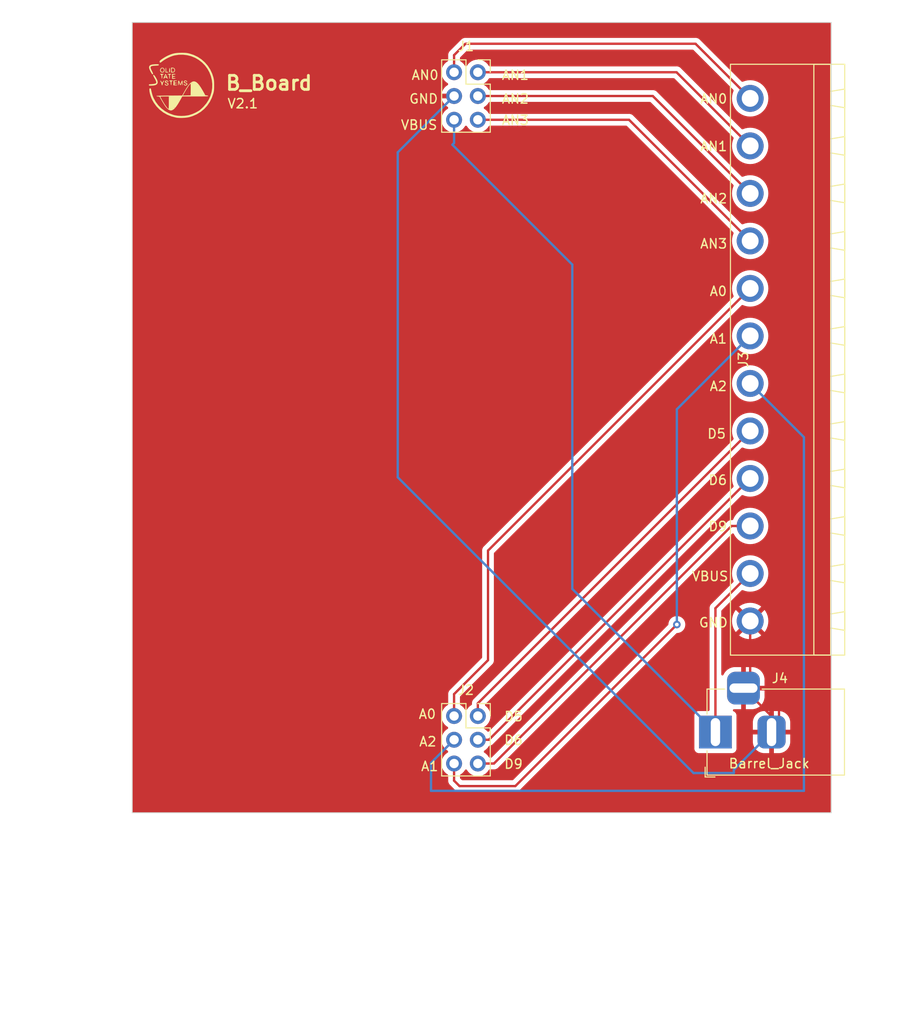
<source format=kicad_pcb>
(kicad_pcb (version 20221018) (generator pcbnew)
  (title_block (title "Bottom Board") (date "2023-03-09") (rev "0"))
  (layers (0 "F.Cu" signal) (31 "B.Cu" signal) (34 "B.Paste" user) (35 "F.Paste" user) (36 "B.SilkS" user "B.Silkscreen") (37 "F.SilkS" user "F.Silkscreen") (38 "B.Mask" user) (39 "F.Mask" user) (44 "Edge.Cuts" user))
  (net 0 "")
  (net 1 "AN3")
  (net 2 "GND")
  (net 3 "AN2")
  (net 4 "AN0")
  (net 5 "AN1")
  (net 6 "A1")
  (net 7 "D9")
  (net 8 "A2")
  (net 9 "D6")
  (net 10 "A0")
  (net 11 "D5")
  (net 12 "VBUS")
  (footprint "LOGO" (layer "F.Cu") (at 105.283 69.723)
    (fp_text reference "G***" hide)
    (fp_text value "LOGO" hide)
    (fp_poly (pts (xy -1.25841 -1.839936) (xy -1.243308 -1.764985) (xy -1.234358 -1.662176) (xy -1.232467 -1.552547) (xy -1.238539 -1.457135) (xy -1.253481 -1.396978) (xy -1.258286 -1.390321) (xy -1.296458 -1.379762) (xy -1.314537 -1.408203) (xy -1.326252 -1.477429) (xy -1.327832 -1.579396) (xy -1.321053 -1.691368) (xy -1.307692 -1.79061) (xy -1.289527 -1.854386) (xy -1.278759 -1.865989)) (fill solid) (layer "F.SilkS"))
    (fp_poly (pts (xy -1.663348 -1.859687) (xy -1.650813 -1.774453) (xy -1.646621 -1.664138) (xy -1.646621 -1.436414) (xy -1.524 -1.436414) (xy -1.442952 -1.427615) (xy -1.402439 -1.405977) (xy -1.40138 -1.40138) (xy -1.432693 -1.380486) (xy -1.511919 -1.367953) (xy -1.559035 -1.366345) (xy -1.71669 -1.366345) (xy -1.71669 -1.629104) (xy -1.712343 -1.761501) (xy -1.700575 -1.853783) (xy -1.683298 -1.891617) (xy -1.681655 -1.891862)) (fill solid) (layer "F.SilkS"))
    (fp_poly (pts (xy -2.007079 -1.219373) (xy -1.933507 -1.205439) (xy -1.90938 -1.191173) (xy -1.921783 -1.165194) (xy -1.977381 -1.156138) (xy -2.025563 -1.15239) (xy -2.052398 -1.130583) (xy -2.064123 -1.074876) (xy -2.066976 -0.969425) (xy -2.067035 -0.928414) (xy -2.073546 -0.789463) (xy -2.089629 -0.717229) (xy -2.110105 -0.7123) (xy -2.129798 -0.775262) (xy -2.14353 -0.906705) (xy -2.144191 -0.919655) (xy -2.152516 -1.040609) (xy -2.16724 -1.108281) (xy -2.194871 -1.139458) (xy -2.233448 -1.149816) (xy -2.295053 -1.170884) (xy -2.312276 -1.193609) (xy -2.281429 -1.212561) (xy -2.204584 -1.223077) (xy -2.105286 -1.2253)) (fill solid) (layer "F.SilkS"))
    (fp_poly (pts (xy -1.864742 -0.487725) (xy -1.902692 -0.420715) (xy -1.944414 -0.357871) (xy -2.002071 -0.245519) (xy -2.031003 -0.133742) (xy -2.032 -0.114488) (xy -2.045137 -0.027071) (xy -2.084552 0) (xy -2.124678 -0.02862) (xy -2.137104 -0.114488) (xy -2.15812 -0.220758) (xy -2.21098 -0.336387) (xy -2.22459 -0.357724) (xy -2.270357 -0.438926) (xy -2.28485 -0.495259) (xy -2.279021 -0.506901) (xy -2.241425 -0.493357) (xy -2.1853 -0.435321) (xy -2.160129 -0.401012) (xy -2.074294 -0.274694) (xy -2.011208 -0.38149) (xy -1.956381 -0.458434) (xy -1.906653 -0.503891) (xy -1.902475 -0.505802) (xy -1.865501 -0.513157)) (fill solid) (layer "F.SilkS"))
    (fp_poly (pts (xy -1.026114 -0.518684) (xy -0.952541 -0.504749) (xy -0.928414 -0.490483) (xy -0.940818 -0.464504) (xy -0.996415 -0.455449) (xy -1.044597 -0.4517) (xy -1.071432 -0.429893) (xy -1.083158 -0.374186) (xy -1.086011 -0.268735) (xy -1.086069 -0.227724) (xy -1.092581 -0.088774) (xy -1.108663 -0.01654) (xy -1.12914 -0.01161) (xy -1.148833 -0.074573) (xy -1.162565 -0.206015) (xy -1.163225 -0.218966) (xy -1.171551 -0.339919) (xy -1.186274 -0.407591) (xy -1.213906 -0.438769) (xy -1.252483 -0.449127) (xy -1.314087 -0.470194) (xy -1.331311 -0.49292) (xy -1.300464 -0.511871) (xy -1.223619 -0.522387) (xy -1.124321 -0.52461)) (fill solid) (layer "F.SilkS"))
    (fp_poly (pts (xy -1.206142 -1.220246) (xy -1.127462 -1.204921) (xy -1.103586 -1.191173) (xy -1.11599 -1.165194) (xy -1.171588 -1.156138) (xy -1.21977 -1.15239) (xy -1.246605 -1.130583) (xy -1.25833 -1.074876) (xy -1.261183 -0.969425) (xy -1.261242 -0.928414) (xy -1.266192 -0.809415) (xy -1.279305 -0.727941) (xy -1.296276 -0.70069) (xy -1.314584 -0.732866) (xy -1.327118 -0.8181) (xy -1.331311 -0.928414) (xy -1.332846 -1.050829) (xy -1.341513 -1.119012) (xy -1.363399 -1.148795) (xy -1.404592 -1.156007) (xy -1.418897 -1.156138) (xy -1.484737 -1.168131) (xy -1.506483 -1.191173) (xy -1.474825 -1.210448) (xy -1.393239 -1.223173) (xy -1.315861 -1.226207)) (fill solid) (layer "F.SilkS"))
    (fp_poly (pts (xy -0.839684 -1.865697) (xy -0.744934 -1.790689) (xy -0.702465 -1.672069) (xy -0.70069 -1.636899) (xy -0.723265 -1.496935) (xy -0.792758 -1.408576) (xy -0.911824 -1.369109) (xy -0.965435 -1.366345) (xy -1.121104 -1.366345) (xy -1.121104 -1.629104) (xy -1.051035 -1.629104) (xy -1.049084 -1.518909) (xy -1.037386 -1.461548) (xy -1.007169 -1.439793) (xy -0.952938 -1.436414) (xy -0.8654 -1.450611) (xy -0.8128 -1.478455) (xy -0.782647 -1.541725) (xy -0.770759 -1.629104) (xy -0.791936 -1.743636) (xy -0.858522 -1.806068) (xy -0.952938 -1.821793) (xy -1.009037 -1.817962) (xy -1.038239 -1.794983) (xy -1.049314 -1.735629) (xy -1.051035 -1.629104) (xy -1.121104 -1.629104) (xy -1.121104 -1.891862) (xy -0.980966 -1.891862)) (fill solid) (layer "F.SilkS"))
    (fp_poly (pts (xy -1.950392 -1.861936) (xy -1.86813 -1.783698) (xy -1.824983 -1.674461) (xy -1.828228 -1.551535) (xy -1.876332 -1.44421) (xy -1.957521 -1.383011) (xy -2.067201 -1.365484) (xy -2.178617 -1.3922) (xy -2.242207 -1.436414) (xy -2.299371 -1.535903) (xy -2.304159 -1.630441) (xy -2.234465 -1.630441) (xy -2.21237 -1.521417) (xy -2.149867 -1.457611) (xy -2.058022 -1.434351) (xy -1.9671 -1.455344) (xy -1.928796 -1.486677) (xy -1.900081 -1.563994) (xy -1.901805 -1.664792) (xy -1.930068 -1.75586) (xy -1.965267 -1.797143) (xy -2.06071 -1.824758) (xy -2.145932 -1.796648) (xy -2.208122 -1.72711) (xy -2.234465 -1.630441) (xy -2.304159 -1.630441) (xy -2.305178 -1.650571) (xy -2.267255 -1.760872) (xy -2.193228 -1.84726) (xy -2.090725 -1.89019) (xy -2.064492 -1.891862)) (fill solid) (layer "F.SilkS"))
    (fp_poly (pts (xy -2.939359 -1.091921) (xy -2.873816 -1.01415) (xy -2.796972 -0.902452) (xy -2.718251 -0.771492) (xy -2.647074 -0.635933) (xy -2.594364 -0.514478) (xy -2.555046 -0.342897) (xy -2.577481 -0.203531) (xy -2.66184 -0.09624) (xy -2.808289 -0.020881) (xy -3.016999 0.022686) (xy -3.249448 0.034839) (xy -3.381077 0.033177) (xy -3.45742 0.025235) (xy -3.493226 0.006956) (xy -3.503241 -0.025718) (xy -3.503448 -0.035035) (xy -3.485036 -0.093095) (xy -3.459655 -0.107594) (xy -3.210199 -0.125786) (xy -3.006125 -0.148945) (xy -2.854676 -0.175948) (xy -2.763092 -0.205674) (xy -2.7446 -0.218317) (xy -2.711405 -0.277025) (xy -2.712245 -0.360085) (xy -2.749503 -0.476152) (xy -2.825561 -0.633884) (xy -2.892047 -0.754299) (xy -2.977908 -0.910384) (xy -3.027323 -1.016543) (xy -3.042441 -1.081333) (xy -3.025411 -1.113309) (xy -2.984179 -1.121104)) (fill solid) (layer "F.SilkS"))
    (fp_poly (pts (xy -2.516859 -2.252916) (xy -2.462682 -2.242255) (xy -2.43968 -2.221998) (xy -2.434897 -2.189655) (xy -2.440342 -2.158056) (xy -2.464881 -2.136437) (xy -2.520823 -2.121801) (xy -2.620475 -2.111152) (xy -2.776145 -2.10149) (xy -2.802759 -2.100064) (xy -3.025166 -2.083659) (xy -3.182401 -2.056697) (xy -3.279296 -2.011708) (xy -3.32068 -1.941218) (xy -3.311382 -1.837756) (xy -3.256233 -1.69385) (xy -3.173187 -1.527017) (xy -3.098852 -1.378535) (xy -3.058343 -1.279695) (xy -3.048341 -1.220727) (xy -3.0605 -1.195337) (xy -3.119603 -1.17728) (xy -3.142283 -1.184485) (xy -3.175768 -1.224732) (xy -3.231595 -1.311467) (xy -3.299891 -1.428952) (xy -3.329604 -1.483095) (xy -3.43079 -1.697827) (xy -3.478691 -1.872716) (xy -3.471147 -2.010749) (xy -3.405995 -2.114913) (xy -3.281074 -2.188195) (xy -3.094222 -2.233583) (xy -2.843278 -2.254063) (xy -2.770559 -2.255638) (xy -2.615166 -2.256528)) (fill solid) (layer "F.SilkS"))
    (fp_poly (pts (xy -0.738412 -1.219663) (xy -0.665649 -1.202996) (xy -0.648138 -1.191173) (xy -0.664757 -1.168911) (xy -0.740969 -1.157259) (xy -0.786208 -1.156138) (xy -0.884298 -1.152617) (xy -0.931082 -1.135227) (xy -0.945229 -1.093732) (xy -0.945931 -1.068552) (xy -0.938282 -1.012122) (xy -0.902204 -0.98704) (xy -0.817997 -0.980997) (xy -0.805793 -0.980966) (xy -0.718039 -0.973196) (xy -0.669229 -0.953785) (xy -0.665655 -0.945931) (xy -0.696736 -0.923993) (xy -0.77438 -0.91179) (xy -0.805793 -0.910897) (xy -0.897477 -0.905021) (xy -0.937997 -0.881272) (xy -0.945931 -0.840828) (xy -0.93398 -0.79472) (xy -0.885848 -0.77453) (xy -0.807861 -0.770759) (xy -0.714574 -0.762615) (xy -0.654779 -0.742388) (xy -0.648138 -0.735724) (xy -0.66618 -0.71472) (xy -0.745861 -0.702803) (xy -0.821243 -0.70069) (xy -1.016 -0.70069) (xy -1.016 -0.963449) (xy -1.016 -1.226207) (xy -0.842895 -1.226207)) (fill solid) (layer "F.SilkS"))
    (fp_poly (pts (xy -0.498811 -0.504264) (xy -0.490483 -0.492314) (xy -0.521559 -0.46923) (xy -0.599192 -0.45639) (xy -0.630621 -0.455449) (xy -0.720909 -0.450668) (xy -0.761039 -0.428119) (xy -0.770709 -0.37549) (xy -0.770759 -0.367862) (xy -0.763259 -0.311733) (xy -0.727701 -0.286576) (xy -0.644498 -0.280329) (xy -0.628553 -0.280276) (xy -0.539758 -0.272889) (xy -0.505913 -0.252923) (xy -0.508 -0.245242) (xy -0.554587 -0.221549) (xy -0.639486 -0.210343) (xy -0.650206 -0.210207) (xy -0.733847 -0.202072) (xy -0.767157 -0.170467) (xy -0.770759 -0.140138) (xy -0.758807 -0.09403) (xy -0.710676 -0.073841) (xy -0.632689 -0.070069) (xy -0.539401 -0.061925) (xy -0.479606 -0.041698) (xy -0.472966 -0.035035) (xy -0.491661 -0.014621) (xy -0.572846 -0.002651) (xy -0.665123 0) (xy -0.878932 0) (xy -0.868639 -0.254) (xy -0.858345 -0.508) (xy -0.674414 -0.51859) (xy -0.561201 -0.518592)) (fill solid) (layer "F.SilkS"))
    (fp_poly (pts (xy -0.261873 -0.454282) (xy -0.210031 -0.331442) (xy -0.199459 -0.300585) (xy -0.130321 -0.09317) (xy -0.053675 -0.298574) (xy 0.003618 -0.436516) (xy 0.04743 -0.505793) (xy 0.078453 -0.506263) (xy 0.09738 -0.437781) (xy 0.104905 -0.300204) (xy 0.105103 -0.265678) (xy 0.1008 -0.132201) (xy 0.089133 -0.039037) (xy 0.071968 -0.000331) (xy 0.070069 0) (xy 0.049281 -0.031429) (xy 0.035739 -0.111383) (xy 0.033129 -0.166414) (xy 0.031224 -0.332828) (xy -0.028181 -0.178067) (xy -0.071337 -0.083642) (xy -0.112705 -0.021486) (xy -0.127972 -0.009869) (xy -0.160745 -0.032554) (xy -0.202655 -0.106187) (xy -0.233075 -0.182148) (xy -0.297793 -0.367862) (xy -0.308383 -0.183931) (xy -0.320273 -0.081137) (xy -0.339455 -0.014379) (xy -0.353711 0) (xy -0.370742 -0.032796) (xy -0.379223 -0.123008) (xy -0.378156 -0.254) (xy -0.3647 -0.407309) (xy -0.340183 -0.491962) (xy -0.305583 -0.507704)) (fill solid) (layer "F.SilkS"))
    (fp_poly (pts (xy -1.68048 -1.182631) (xy -1.637382 -1.102326) (xy -1.588792 -0.996513) (xy -1.542825 -0.88449) (xy -1.507598 -0.785556) (xy -1.491225 -0.719011) (xy -1.493362 -0.703043) (xy -1.525153 -0.713424) (xy -1.567138 -0.762) (xy -1.637084 -0.822166) (xy -1.722903 -0.842477) (xy -1.799561 -0.822129) (xy -1.839311 -0.770759) (xy -1.871278 -0.716646) (xy -1.907854 -0.700523) (xy -1.926805 -0.731377) (xy -1.926897 -0.735356) (xy -1.913889 -0.795991) (xy -1.880538 -0.889771) (xy -1.863719 -0.929967) (xy -1.774456 -0.929967) (xy -1.734265 -0.911403) (xy -1.71669 -0.910897) (xy -1.663609 -0.922662) (xy -1.660865 -0.971036) (xy -1.66613 -0.989724) (xy -1.696457 -1.070147) (xy -1.72126 -1.089508) (xy -1.729855 -1.08315) (xy -1.749361 -1.041795) (xy -1.76725 -0.989724) (xy -1.774456 -0.929967) (xy -1.863719 -0.929967) (xy -1.835353 -0.997759) (xy -1.786841 -1.101018) (xy -1.743513 -1.180613) (xy -1.713876 -1.217609) (xy -1.70997 -1.218128)) (fill solid) (layer "F.SilkS"))
    (fp_poly (pts (xy -1.499256 -0.4916) (xy -1.453737 -0.455234) (xy -1.411983 -0.389504) (xy -1.422431 -0.35908) (xy -1.473647 -0.376532) (xy -1.503661 -0.400343) (xy -1.577753 -0.441693) (xy -1.649342 -0.445049) (xy -1.694165 -0.411968) (xy -1.699173 -0.387819) (xy -1.669305 -0.343949) (xy -1.597133 -0.305776) (xy -1.594069 -0.304767) (xy -1.477856 -0.256214) (xy -1.418128 -0.197891) (xy -1.40138 -0.117464) (xy -1.429145 -0.038052) (xy -1.491246 0.000867) (xy -1.571004 0.027377) (xy -1.628984 0.026818) (xy -1.707931 -0.001092) (xy -1.774017 -0.058844) (xy -1.786759 -0.110581) (xy -1.786759 -0.188385) (xy -1.715325 -0.11171) (xy -1.633622 -0.046915) (xy -1.556857 -0.043955) (xy -1.510136 -0.06707) (xy -1.476282 -0.116868) (xy -1.499838 -0.17237) (xy -1.571659 -0.217366) (xy -1.599802 -0.226033) (xy -1.721115 -0.274064) (xy -1.779542 -0.343566) (xy -1.786759 -0.388437) (xy -1.757771 -0.463302) (xy -1.685498 -0.508399) (xy -1.59198 -0.519305)) (fill solid) (layer "F.SilkS"))
    (fp_poly (pts (xy 0.488151 -0.503225) (xy 0.560691 -0.450454) (xy 0.595294 -0.388362) (xy 0.595586 -0.382877) (xy 0.576949 -0.351282) (xy 0.538835 -0.365252) (xy 0.511947 -0.405243) (xy 0.468746 -0.441386) (xy 0.398416 -0.449824) (xy 0.331389 -0.432965) (xy 0.298096 -0.393217) (xy 0.297793 -0.388299) (xy 0.328068 -0.348025) (xy 0.404292 -0.305017) (xy 0.443676 -0.290039) (xy 0.558526 -0.231699) (xy 0.615712 -0.159583) (xy 0.613001 -0.085108) (xy 0.548159 -0.019693) (xy 0.500941 0.002683) (xy 0.41801 0.029717) (xy 0.362077 0.025391) (xy 0.29567 -0.014198) (xy 0.288071 -0.019504) (xy 0.229663 -0.079711) (xy 0.210207 -0.130715) (xy 0.219707 -0.160116) (xy 0.256043 -0.142116) (xy 0.297446 -0.105429) (xy 0.365248 -0.052058) (xy 0.422694 -0.045432) (xy 0.477948 -0.065965) (xy 0.536804 -0.109661) (xy 0.526071 -0.155639) (xy 0.445583 -0.204171) (xy 0.377421 -0.230061) (xy 0.265892 -0.286152) (xy 0.2209 -0.354488) (xy 0.243898 -0.432286) (xy 0.260902 -0.453398) (xy 0.337995 -0.507963) (xy 0.405824 -0.525518)) (fill solid) (layer "F.SilkS"))
    (fp_poly (pts (xy 0.196863 -3.479628) (xy 0.377558 -3.47395) (xy 0.525832 -3.461546) (xy 0.660467 -3.44076) (xy 0.800245 -3.409937) (xy 0.821206 -3.404748) (xy 1.290318 -3.252394) (xy 1.727687 -3.040219) (xy 2.128511 -2.772941) (xy 2.487985 -2.455277) (xy 2.801307 -2.091944) (xy 3.063671 -1.687659) (xy 3.270275 -1.247139) (xy 3.389163 -0.883147) (xy 3.425871 -0.737362) (xy 3.451384 -0.608) (xy 3.46769 -0.476005) (xy 3.476774 -0.322322) (xy 3.480622 -0.127894) (xy 3.481222 0) (xy 3.47993 0.228562) (xy 3.474041 0.40519) (xy 3.461863 0.547955) (xy 3.441704 0.674933) (xy 3.41187 0.804195) (xy 3.402628 0.839257) (xy 3.238143 1.324803) (xy 3.017595 1.770251) (xy 2.744003 2.172605) (xy 2.420381 2.528869) (xy 2.049747 2.836049) (xy 1.635118 3.091149) (xy 1.17951 3.291173) (xy 0.82331 3.400554) (xy 0.600846 3.443831) (xy 0.338044 3.473598) (xy 0.058391 3.488949) (xy -0.214628 3.488976) (xy -0.457527 3.472774) (xy -0.579835 3.454732) (xy -1.07836 3.326041) (xy -1.5417 3.139085) (xy -1.966443 2.896388) (xy -2.349175 2.600471) (xy -2.686487 2.253857) (xy -2.974966 1.859067) (xy -3.144193 1.559034) (xy -3.239315 1.345829) (xy -3.323352 1.112235) (xy -3.389893 0.87992) (xy -3.432524 0.67055) (xy -3.444909 0.543034) (xy -3.445922 0.425615) (xy -3.436731 0.3609) (xy -3.411765 0.331678) (xy -3.373308 0.321794) (xy -3.30724 0.332743) (xy -3.277868 0.391863) (xy -3.216372 0.662714) (xy -3.162691 0.878043) (xy -3.112872 1.051403) (xy -3.062963 1.196347) (xy -3.009012 1.326427) (xy -2.99889 1.348609) (xy -2.765826 1.772001) (xy -2.480111 2.150937) (xy -2.145842 2.48206) (xy -1.767119 2.762013) (xy -1.348038 2.987439) (xy -0.892698 3.154982) (xy -0.745335 3.194516) (xy -0.408573 3.252425) (xy -0.038851 3.273257) (xy 0.337523 3.257316) (xy 0.694245 3.204904) (xy 0.815188 3.176537) (xy 1.156887 3.064974) (xy 1.503393 2.912578) (xy 1.821012 2.734565) (xy 1.88125 2.695107) (xy 1.974744 2.623222) (xy 2.098725 2.515743) (xy 2.235799 2.388232) (xy 2.34731 2.278074) (xy 2.652819 1.920167) (xy 2.896949 1.536267) (xy 3.080722 1.132254) (xy 3.205157 0.714008) (xy 3.271277 0.287408) (xy 3.280103 -0.141665) (xy 3.232655 -0.567331) (xy 3.129955 -0.98371) (xy 2.973023 -1.384923) (xy 2.762882 -1.765089) (xy 2.500551 -2.118328) (xy 2.187052 -2.438761) (xy 1.823407 -2.720506) (xy 1.440656 -2.942882) (xy 1.03347 -3.109361) (xy 0.598956 -3.219813) (xy 0.150755 -3.273046) (xy -0.297494 -3.267869) (xy -0.732148 -3.203092) (xy -0.933094 -3.15013) (xy -1.167945 -3.065633) (xy -1.421251 -2.952774) (xy -1.670084 -2.823294) (xy -1.891518 -2.688929) (xy -2.030501 -2.588259) (xy -2.135289 -2.507092) (xy -2.220857 -2.446808) (xy -2.271531 -2.418307) (xy -2.276185 -2.41738) (xy -2.328543 -2.446166) (xy -2.35284 -2.514016) (xy -2.342087 -2.593168) (xy -2.327325 -2.620479) (xy -2.261473 -2.687112) (xy -2.147056 -2.775804) (xy -1.99829 -2.877499) (xy -1.829391 -2.983139) (xy -1.654574 -3.083667) (xy -1.488056 -3.170026) (xy -1.404221 -3.208609) (xy -1.152089 -3.311078) (xy -0.926728 -3.385026) (xy -0.706851 -3.434675) (xy -0.471174 -3.464247) (xy -0.198409 -3.477967) (xy -0.035035 -3.480236)) (fill solid) (layer "F.SilkS"))
    (fp_poly (pts (xy 1.388042 -0.418865) (xy 1.526215 -0.366027) (xy 1.608457 -0.31355) (xy 1.740696 -0.195295) (xy 1.886321 -0.021404) (xy 2.047671 0.211348) (xy 2.227086 0.506184) (xy 2.311579 0.655018) (xy 2.542153 1.068551) (xy 2.689973 1.079324) (xy 2.795925 1.097656) (xy 2.837012 1.133252) (xy 2.837793 1.140635) (xy 2.829573 1.153541) (xy 2.800859 1.164104) (xy 2.74557 1.172548) (xy 2.657626 1.179095) (xy 2.530944 1.183968) (xy 2.359446 1.187389) (xy 2.137049 1.18958) (xy 1.857672 1.190765) (xy 1.515236 1.191166) (xy 1.457178 1.191172) (xy 0.076563 1.191172) (xy -0.208182 1.697686) (xy -0.403863 2.025475) (xy -0.58493 2.286822) (xy -0.750971 2.48121) (xy -0.901572 2.60812) (xy -0.95975 2.641) (xy -1.088106 2.687642) (xy -1.200348 2.687439) (xy -1.314983 2.648605) (xy -1.427514 2.584508) (xy -1.438615 2.575034) (xy -1.261242 2.575034) (xy -1.243724 2.592551) (xy -1.226207 2.575034) (xy -1.243724 2.557517) (xy -1.261242 2.575034) (xy -1.438615 2.575034) (xy -1.479664 2.54) (xy -0.980966 2.54) (xy -0.963448 2.557517) (xy -0.945931 2.54) (xy -0.963448 2.522482) (xy -0.980966 2.54) (xy -1.479664 2.54) (xy -1.542286 2.486554) (xy -1.66437 2.348437) (xy -1.79884 2.163847) (xy -1.950768 1.926478) (xy -2.103395 1.66812) (xy -2.364341 1.21415) (xy -2.277242 1.21415) (xy -2.260627 1.250964) (xy -2.214821 1.337297) (xy -2.145878 1.462112) (xy -2.059853 1.61437) (xy -2.009636 1.702017) (xy -1.885384 1.909294) (xy -1.761836 2.099896) (xy -1.645459 2.265139) (xy -1.542718 2.396341) (xy -1.46008 2.484819) (xy -1.40401 2.521889) (xy -1.398663 2.522482) (xy -1.387999 2.488982) (xy -1.380948 2.415098) (xy -0.797204 2.415098) (xy -0.792411 2.417379) (xy -0.760439 2.392715) (xy -0.753242 2.382345) (xy -0.744314 2.349591) (xy -0.749106 2.34731) (xy -0.781078 2.371974) (xy -0.788276 2.382345) (xy -0.797204 2.415098) (xy -1.380948 2.415098) (xy -1.378991 2.394596) (xy -1.372084 2.248498) (xy -1.367724 2.059862) (xy -1.366345 1.856827) (xy -1.366345 1.664138) (xy -0.315311 1.664138) (xy -0.297793 1.681655) (xy -0.280276 1.664138) (xy -0.297793 1.64662) (xy -0.315311 1.664138) (xy -1.366345 1.664138) (xy -1.366345 1.243724) (xy -1.296276 1.243724) (xy -1.278759 1.261241) (xy -1.261242 1.243724) (xy -0.070069 1.243724) (xy -0.052552 1.261241) (xy -0.035035 1.243724) (xy -0.052552 1.226207) (xy -0.070069 1.243724) (xy -1.261242 1.243724) (xy -1.278759 1.226207) (xy -1.296276 1.243724) (xy -1.366345 1.243724) (xy -1.366345 1.191172) (xy -1.821793 1.191172) (xy -1.991219 1.19283) (xy -2.132067 1.197367) (xy -2.23133 1.204126) (xy -2.276 1.212451) (xy -2.277242 1.21415) (xy -2.364341 1.21415) (xy -2.36748 1.208689) (xy -2.533427 1.191172) (xy -2.632204 1.174211) (xy -2.695756 1.150899) (xy -2.707274 1.13862) (xy -2.674877 1.128586) (xy -2.573927 1.11965) (xy -2.405932 1.111863) (xy -2.172398 1.105271) (xy -1.874834 1.099922) (xy -1.514748 1.095866) (xy -1.325535 1.094428) (xy -0.402954 1.088348) (xy 0.133691 1.088348) (xy 0.54857 1.07845) (xy 0.963448 1.068551) (xy 0.963987 1.033517) (xy 1.051034 1.033517) (xy 1.068552 1.051034) (xy 1.086069 1.033517) (xy 2.382345 1.033517) (xy 2.399862 1.051034) (xy 2.417379 1.033517) (xy 2.399862 1.016) (xy 2.382345 1.033517) (xy 1.086069 1.033517) (xy 1.068552 1.016) (xy 1.051034 1.033517) (xy 0.963987 1.033517) (xy 0.973015 0.446689) (xy 0.974646 0.246826) (xy 0.973954 0.157655) (xy 1.891862 0.157655) (xy 1.909379 0.175172) (xy 1.926896 0.157655) (xy 1.909379 0.140138) (xy 1.891862 0.157655) (xy 0.973954 0.157655) (xy 0.973302 0.073729) (xy 0.971636 0.017517) (xy 1.786758 0.017517) (xy 1.804276 0.035034) (xy 1.821793 0.017517) (xy 1.804276 0) (xy 1.786758 0.017517) (xy 0.971636 0.017517) (xy 0.969295 -0.061495) (xy 0.962938 -0.147738) (xy 0.955498 -0.1743) (xy 0.911637 -0.143728) (xy 0.839391 -0.058595) (xy 0.743544 0.073939) (xy 0.62888 0.246715) (xy 0.500183 0.452573) (xy 0.362236 0.684352) (xy 0.247238 0.88576) (xy 0.133691 1.088348) (xy -0.402954 1.088348) (xy 0.064103 1.08527) (xy 0.264441 0.726566) (xy 0.464317 0.383086) (xy 0.64569 0.10372) (xy 0.81179 -0.11403) (xy 0.907406 -0.212488) (xy 1.059624 -0.212488) (xy 1.064416 -0.210207) (xy 1.096388 -0.234871) (xy 1.103586 -0.245242) (xy 1.112513 -0.277995) (xy 1.107721 -0.280276) (xy 1.075749 -0.255613) (xy 1.068552 -0.245242) (xy 1.059624 -0.212488) (xy 0.907406 -0.212488) (xy 0.965846 -0.272665) (xy 1.111087 -0.374682) (xy 1.250742 -0.422583)) (fill solid) (layer "F.SilkS"))
  )
  (footprint "Connector_PinSocket_2.54mm:PinSocket_2x03_P2.54mm_Vertical" (layer "F.Cu") (at 136.961 68.326)
    (fp_text reference "J1" (at -1.27 -2.77) (layer "F.SilkS"))
    (fp_text value "Conn_02x03_Top_Bottom")
    (fp_line (start -3.87 -1.33) (end -3.87 6.41) (stroke (width 0.12)) (layer "F.SilkS"))
    (fp_line (start -3.87 -1.33) (end -1.27 -1.33) (stroke (width 0.12)) (layer "F.SilkS"))
    (fp_line (start -3.87 6.41) (end 1.33 6.41) (stroke (width 0.12)) (layer "F.SilkS"))
    (fp_line (start -1.27 -1.33) (end -1.27 1.27) (stroke (width 0.12)) (layer "F.SilkS"))
    (fp_line (start -1.27 1.27) (end 1.33 1.27) (stroke (width 0.12)) (layer "F.SilkS"))
    (fp_line (start 0 -1.33) (end 1.33 -1.33) (stroke (width 0.12)) (layer "F.SilkS"))
    (fp_line (start 1.33 -1.33) (end 1.33 0) (stroke (width 0.12)) (layer "F.SilkS"))
    (fp_line (start 1.33 1.27) (end 1.33 6.41) (stroke (width 0.12)) (layer "F.SilkS"))
    (pad "1" thru_hole circle (at 0 0) (size 1.7 1.7) (drill 1) (layers "*.Cu" "*.Mask") (net 5 "AN1"))
    (pad "2" thru_hole oval (at -2.54 0) (size 1.7 1.7) (drill 1) (layers "*.Cu" "*.Mask") (net 4 "AN0"))
    (pad "3" thru_hole oval (at 0 2.54) (size 1.7 1.7) (drill 1) (layers "*.Cu" "*.Mask") (net 3 "AN2"))
    (pad "4" thru_hole oval (at -2.54 2.54) (size 1.7 1.7) (drill 1) (layers "*.Cu" "*.Mask") (net 2 "GND"))
    (pad "5" thru_hole oval (at 0 5.08) (size 1.7 1.7) (drill 1) (layers "*.Cu" "*.Mask") (net 1 "AN3"))
    (pad "6" thru_hole oval (at -2.54 5.08) (size 1.7 1.7) (drill 1) (layers "*.Cu" "*.Mask") (net 12 "VBUS"))
  )
  (footprint "Connector_PinSocket_2.54mm:PinSocket_2x03_P2.54mm_Vertical" (layer "F.Cu") (at 136.961 137.16)
    (fp_text reference "J2" (at -1.27 -2.77) (layer "F.SilkS"))
    (fp_text value "Conn_02x03_Top_Bottom")
    (fp_line (start -3.87 -1.33) (end -3.87 6.41) (stroke (width 0.12)) (layer "F.SilkS"))
    (fp_line (start -3.87 -1.33) (end -1.27 -1.33) (stroke (width 0.12)) (layer "F.SilkS"))
    (fp_line (start -3.87 6.41) (end 1.33 6.41) (stroke (width 0.12)) (layer "F.SilkS"))
    (fp_line (start -1.27 -1.33) (end -1.27 1.27) (stroke (width 0.12)) (layer "F.SilkS"))
    (fp_line (start -1.27 1.27) (end 1.33 1.27) (stroke (width 0.12)) (layer "F.SilkS"))
    (fp_line (start 0 -1.33) (end 1.33 -1.33) (stroke (width 0.12)) (layer "F.SilkS"))
    (fp_line (start 1.33 -1.33) (end 1.33 0) (stroke (width 0.12)) (layer "F.SilkS"))
    (fp_line (start 1.33 1.27) (end 1.33 6.41) (stroke (width 0.12)) (layer "F.SilkS"))
    (pad "1" thru_hole circle (at 0 0) (size 1.7 1.7) (drill 1) (layers "*.Cu" "*.Mask") (net 11 "D5"))
    (pad "2" thru_hole oval (at -2.54 0) (size 1.7 1.7) (drill 1) (layers "*.Cu" "*.Mask") (net 10 "A0"))
    (pad "3" thru_hole oval (at 0 2.54) (size 1.7 1.7) (drill 1) (layers "*.Cu" "*.Mask") (net 9 "D6"))
    (pad "4" thru_hole oval (at -2.54 2.54) (size 1.7 1.7) (drill 1) (layers "*.Cu" "*.Mask") (net 8 "A2"))
    (pad "5" thru_hole oval (at 0 5.08) (size 1.7 1.7) (drill 1) (layers "*.Cu" "*.Mask") (net 7 "D9"))
    (pad "6" thru_hole oval (at -2.54 5.08) (size 1.7 1.7) (drill 1) (layers "*.Cu" "*.Mask") (net 6 "A1"))
  )
  (footprint "Connector_Phoenix_MSTB:PhoenixContact_MSTBA_2,5_12-G-5,08_1x12_P5.08mm_Horizontal" (layer "F.Cu") (at 166.082 127 90)
    (fp_text reference "J3" (at 27.94 -0.728 90) (layer "F.SilkS"))
    (fp_text value "Screw_Terminal_01x12")
    (fp_line (start -3.65 -2.11) (end -3.65 10.11) (stroke (width 0.12)) (layer "F.SilkS"))
    (fp_line (start -3.65 6.81) (end 59.53 6.81) (stroke (width 0.12)) (layer "F.SilkS"))
    (fp_line (start -3.65 8.61) (end -3.65 6.81) (stroke (width 0.12)) (layer "F.SilkS"))
    (fp_line (start -3.65 10.11) (end 59.53 10.11) (stroke (width 0.12)) (layer "F.SilkS"))
    (fp_line (start -1 10.11) (end 1 10.11) (stroke (width 0.12)) (layer "F.SilkS"))
    (fp_line (start -0.75 8.61) (end -1 10.11) (stroke (width 0.12)) (layer "F.SilkS"))
    (fp_line (start 0.75 8.61) (end -0.75 8.61) (stroke (width 0.12)) (layer "F.SilkS"))
    (fp_line (start 1 10.11) (end 0.75 8.61) (stroke (width 0.12)) (layer "F.SilkS"))
    (fp_line (start 4.08 10.11) (end 6.08 10.11) (stroke (width 0.12)) (layer "F.SilkS"))
    (fp_line (start 4.33 8.61) (end 4.08 10.11) (stroke (width 0.12)) (layer "F.SilkS"))
    (fp_line (start 5.83 8.61) (end 4.33 8.61) (stroke (width 0.12)) (layer "F.SilkS"))
    (fp_line (start 6.08 10.11) (end 5.83 8.61) (stroke (width 0.12)) (layer "F.SilkS"))
    (fp_line (start 9.16 10.11) (end 11.16 10.11) (stroke (width 0.12)) (layer "F.SilkS"))
    (fp_line (start 9.41 8.61) (end 9.16 10.11) (stroke (width 0.12)) (layer "F.SilkS"))
    (fp_line (start 10.91 8.61) (end 9.41 8.61) (stroke (width 0.12)) (layer "F.SilkS"))
    (fp_line (start 11.16 10.11) (end 10.91 8.61) (stroke (width 0.12)) (layer "F.SilkS"))
    (fp_line (start 14.24 10.11) (end 16.24 10.11) (stroke (width 0.12)) (layer "F.SilkS"))
    (fp_line (start 14.49 8.61) (end 14.24 10.11) (stroke (width 0.12)) (layer "F.SilkS"))
    (fp_line (start 15.99 8.61) (end 14.49 8.61) (stroke (width 0.12)) (layer "F.SilkS"))
    (fp_line (start 16.24 10.11) (end 15.99 8.61) (stroke (width 0.12)) (layer "F.SilkS"))
    (fp_line (start 19.32 10.11) (end 21.32 10.11) (stroke (width 0.12)) (layer "F.SilkS"))
    (fp_line (start 19.57 8.61) (end 19.32 10.11) (stroke (width 0.12)) (layer "F.SilkS"))
    (fp_line (start 21.07 8.61) (end 19.57 8.61) (stroke (width 0.12)) (layer "F.SilkS"))
    (fp_line (start 21.32 10.11) (end 21.07 8.61) (stroke (width 0.12)) (layer "F.SilkS"))
    (fp_line (start 24.4 10.11) (end 26.4 10.11) (stroke (width 0.12)) (layer "F.SilkS"))
    (fp_line (start 24.65 8.61) (end 24.4 10.11) (stroke (width 0.12)) (layer "F.SilkS"))
    (fp_line (start 26.15 8.61) (end 24.65 8.61) (stroke (width 0.12)) (layer "F.SilkS"))
    (fp_line (start 26.4 10.11) (end 26.15 8.61) (stroke (width 0.12)) (layer "F.SilkS"))
    (fp_line (start 29.48 10.11) (end 31.48 10.11) (stroke (width 0.12)) (layer "F.SilkS"))
    (fp_line (start 29.73 8.61) (end 29.48 10.11) (stroke (width 0.12)) (layer "F.SilkS"))
    (fp_line (start 31.23 8.61) (end 29.73 8.61) (stroke (width 0.12)) (layer "F.SilkS"))
    (fp_line (start 31.48 10.11) (end 31.23 8.61) (stroke (width 0.12)) (layer "F.SilkS"))
    (fp_line (start 34.56 10.11) (end 36.56 10.11) (stroke (width 0.12)) (layer "F.SilkS"))
    (fp_line (start 34.81 8.61) (end 34.56 10.11) (stroke (width 0.12)) (layer "F.SilkS"))
    (fp_line (start 36.31 8.61) (end 34.81 8.61) (stroke (width 0.12)) (layer "F.SilkS"))
    (fp_line (start 36.56 10.11) (end 36.31 8.61) (stroke (width 0.12)) (layer "F.SilkS"))
    (fp_line (start 39.64 10.11) (end 41.64 10.11) (stroke (width 0.12)) (layer "F.SilkS"))
    (fp_line (start 39.89 8.61) (end 39.64 10.11) (stroke (width 0.12)) (layer "F.SilkS"))
    (fp_line (start 41.39 8.61) (end 39.89 8.61) (stroke (width 0.12)) (layer "F.SilkS"))
    (fp_line (start 41.64 10.11) (end 41.39 8.61) (stroke (width 0.12)) (layer "F.SilkS"))
    (fp_line (start 44.72 10.11) (end 46.72 10.11) (stroke (width 0.12)) (layer "F.SilkS"))
    (fp_line (start 44.97 8.61) (end 44.72 10.11) (stroke (width 0.12)) (layer "F.SilkS"))
    (fp_line (start 46.47 8.61) (end 44.97 8.61) (stroke (width 0.12)) (layer "F.SilkS"))
    (fp_line (start 46.72 10.11) (end 46.47 8.61) (stroke (width 0.12)) (layer "F.SilkS"))
    (fp_line (start 49.8 10.11) (end 51.8 10.11) (stroke (width 0.12)) (layer "F.SilkS"))
    (fp_line (start 50.05 8.61) (end 49.8 10.11) (stroke (width 0.12)) (layer "F.SilkS"))
    (fp_line (start 51.55 8.61) (end 50.05 8.61) (stroke (width 0.12)) (layer "F.SilkS"))
    (fp_line (start 51.8 10.11) (end 51.55 8.61) (stroke (width 0.12)) (layer "F.SilkS"))
    (fp_line (start 54.88 10.11) (end 56.88 10.11) (stroke (width 0.12)) (layer "F.SilkS"))
    (fp_line (start 55.13 8.61) (end 54.88 10.11) (stroke (width 0.12)) (layer "F.SilkS"))
    (fp_line (start 56.63 8.61) (end 55.13 8.61) (stroke (width 0.12)) (layer "F.SilkS"))
    (fp_line (start 56.88 10.11) (end 56.63 8.61) (stroke (width 0.12)) (layer "F.SilkS"))
    (fp_line (start 59.53 -2.11) (end -3.65 -2.11) (stroke (width 0.12)) (layer "F.SilkS"))
    (fp_line (start 59.53 6.81) (end 59.53 8.61) (stroke (width 0.12)) (layer "F.SilkS"))
    (fp_line (start 59.53 8.61) (end -3.65 8.61) (stroke (width 0.12)) (layer "F.SilkS"))
    (fp_line (start 59.53 10.11) (end 59.53 -2.11) (stroke (width 0.12)) (layer "F.SilkS"))
    (pad "1" thru_hole circle (at 0 0 90) (size 2.88 2.88) (drill 1.8) (layers "*.Cu" "*.Mask") (net 2 "GND"))
    (pad "2" thru_hole circle (at 5.08 0 90) (size 2.88 2.88) (drill 1.8) (layers "*.Cu" "*.Mask") (net 12 "VBUS"))
    (pad "3" thru_hole circle (at 10.16 0 90) (size 2.88 2.88) (drill 1.8) (layers "*.Cu" "*.Mask") (net 7 "D9"))
    (pad "4" thru_hole circle (at 15.24 0 90) (size 2.88 2.88) (drill 1.8) (layers "*.Cu" "*.Mask") (net 9 "D6"))
    (pad "5" thru_hole circle (at 20.32 0 90) (size 2.88 2.88) (drill 1.8) (layers "*.Cu" "*.Mask") (net 11 "D5"))
    (pad "6" thru_hole circle (at 25.4 0 90) (size 2.88 2.88) (drill 1.8) (layers "*.Cu" "*.Mask") (net 8 "A2"))
    (pad "7" thru_hole circle (at 30.48 0 90) (size 2.88 2.88) (drill 1.8) (layers "*.Cu" "*.Mask") (net 6 "A1"))
    (pad "8" thru_hole circle (at 35.56 0 90) (size 2.88 2.88) (drill 1.8) (layers "*.Cu" "*.Mask") (net 10 "A0"))
    (pad "9" thru_hole circle (at 40.64 0 90) (size 2.88 2.88) (drill 1.8) (layers "*.Cu" "*.Mask") (net 1 "AN3"))
    (pad "10" thru_hole circle (at 45.72 0 90) (size 2.88 2.88) (drill 1.8) (layers "*.Cu" "*.Mask") (net 3 "AN2"))
    (pad "11" thru_hole circle (at 50.8 0 90) (size 2.88 2.88) (drill 1.8) (layers "*.Cu" "*.Mask") (net 5 "AN1"))
    (pad "12" thru_hole circle (at 55.88 0 90) (size 2.88 2.88) (drill 1.8) (layers "*.Cu" "*.Mask") (net 4 "AN0"))
  )
  (footprint "Connector_BarrelJack:BarrelJack_Horizontal" (layer "F.Cu") (at 162.368 138.8795 180)
    (fp_text reference "J4" (at -6.889 5.75) (layer "F.SilkS"))
    (fp_text value "Barrel_Jack" (at -5.746 -3.3605) (layer "F.SilkS"))
    (fp_line (start -13.8 -4.6) (end 0.9 -4.6) (stroke (width 0.12)) (layer "F.SilkS"))
    (fp_line (start -13.8 4.6) (end -13.8 -4.6) (stroke (width 0.12)) (layer "F.SilkS"))
    (fp_line (start -5 4.6) (end -13.8 4.6) (stroke (width 0.12)) (layer "F.SilkS"))
    (fp_line (start 0.05 -4.8) (end 1.1 -4.8) (stroke (width 0.12)) (layer "F.SilkS"))
    (fp_line (start 0.9 -4.6) (end 0.9 -2) (stroke (width 0.12)) (layer "F.SilkS"))
    (fp_line (start 0.9 1.9) (end 0.9 4.6) (stroke (width 0.12)) (layer "F.SilkS"))
    (fp_line (start 0.9 4.6) (end -1 4.6) (stroke (width 0.12)) (layer "F.SilkS"))
    (fp_line (start 1.1 -3.75) (end 1.1 -4.8) (stroke (width 0.12)) (layer "F.SilkS"))
    (pad "1" thru_hole rect (at 0 0 180) (size 3.5 3.5) (drill oval 1 3) (layers "*.Cu" "*.Mask") (net 12 "VBUS"))
    (pad "2" thru_hole roundrect (at -6 0 180) (size 3 3.5) (drill oval 1 3) (layers "*.Cu" "*.Mask") (net 2 "GND"))
    (pad "3" thru_hole roundrect (at -3 4.7 180) (size 3.5 3.5) (drill oval 3 1) (layers "*.Cu" "*.Mask") (net 2 "GND"))
  )
  (gr_rect (start 100 63) (end 174.75 147.5) (stroke (width 0.1)) (fill none) (layer "Edge.Cuts"))
  (gr_text "AN3" (at 160.655 87.249) (layer "F.SilkS") (effects (font (size 1 1)) (justify left bottom)))
  (gr_text "AN2" (at 160.655 82.423) (layer "F.SilkS") (effects (font (size 1 1)) (justify left bottom)))
  (gr_text "V2.1" (at 110.109 72.263) (layer "F.SilkS") (effects (font (size 1 1)) (justify left bottom)))
  (gr_text "D6" (at 161.544 112.522) (layer "F.SilkS") (effects (font (size 1 1)) (justify left bottom)))
  (gr_text "D5" (at 161.417 107.569) (layer "F.SilkS") (effects (font (size 1 1)) (justify left bottom)))
  (gr_text "GND" (at 129.54 71.755) (layer "F.SilkS") (effects (font (size 1 1)) (justify left bottom)))
  (gr_text "A2" (at 161.671 102.489) (layer "F.SilkS") (effects (font (size 1 1)) (justify left bottom)))
  (gr_text "B_Board" (at 109.855 70.358) (layer "F.SilkS") (effects (font (size 1.5 1.5) (thickness 0.3) bold) (justify left bottom)))
  (gr_text "VBUS" (at 159.766 122.809) (layer "F.SilkS") (effects (font (size 1 1)) (justify left bottom)))
  (gr_text "AN1" (at 139.446 69.215) (layer "F.SilkS") (effects (font (size 1 1)) (justify left bottom)))
  (gr_text "A0" (at 161.671 92.329) (layer "F.SilkS") (effects (font (size 1 1)) (justify left bottom)))
  (gr_text "D5" (at 139.7 137.795) (layer "F.SilkS") (effects (font (size 1 1)) (justify left bottom)))
  (gr_text "A0" (at 130.556 137.541) (layer "F.SilkS") (effects (font (size 1 1)) (justify left bottom)))
  (gr_text "AN1" (at 160.655 76.835) (layer "F.SilkS") (effects (font (size 1 1)) (justify left bottom)))
  (gr_text "VBUS" (at 128.651 74.549) (layer "F.SilkS") (effects (font (size 1 1)) (justify left bottom)))
  (gr_text "AN0" (at 160.655 71.755) (layer "F.SilkS") (effects (font (size 1 1)) (justify left bottom)))
  (gr_text "GND" (at 160.528 127.762) (layer "F.SilkS") (effects (font (size 1 1)) (justify left bottom)))
  (gr_text "D9" (at 161.544 117.475) (layer "F.SilkS") (effects (font (size 1 1)) (justify left bottom)))
  (gr_text "AN0" (at 129.794 69.215) (layer "F.SilkS") (effects (font (size 1 1)) (justify left bottom)))
  (gr_text "D9" (at 139.7 142.875) (layer "F.SilkS") (effects (font (size 1 1)) (justify left bottom)))
  (gr_text "AN2" (at 139.446 71.755) (layer "F.SilkS") (effects (font (size 1 1)) (justify left bottom)))
  (gr_text "D6" (at 139.7 140.335) (layer "F.SilkS") (effects (font (size 1 1)) (justify left bottom)))
  (gr_text "A1" (at 130.81 143.129) (layer "F.SilkS") (effects (font (size 1 1)) (justify left bottom)))
  (gr_text "A1" (at 161.671 97.409) (layer "F.SilkS") (effects (font (size 1 1)) (justify left bottom)))
  (gr_text "A2" (at 130.611038 140.484726) (layer "F.SilkS") (effects (font (size 1 1)) (justify left bottom)))
  (gr_text "AN3" (at 139.446 74.041) (layer "F.SilkS") (effects (font (size 1 1)) (justify left bottom)))
  (segment (start 136.961 73.406) (end 153.128 73.406) (width 0.25) (layer "F.Cu") (net 1))
  (segment (start 153.128 73.406) (end 166.082 86.36) (width 0.25) (layer "F.Cu") (net 1))
  (segment (start 168.368 138.8795) (end 168.368 137.1795) (width 0.25) (layer "F.Cu") (net 2))
  (segment (start 168.368 138.8795) (end 169.164 138.0835) (width 0.25) (layer "F.Cu") (net 2))
  (segment (start 166.082 127) (end 166.082 133.4655) (width 0.25) (layer "F.Cu") (net 2))
  (segment (start 169.164 130.082) (end 166.082 127) (width 0.25) (layer "F.Cu") (net 2))
  (segment (start 169.164 138.0835) (end 169.164 130.082) (width 0.25) (layer "F.Cu") (net 2))
  (segment (start 168.368 137.1795) (end 165.368 134.1795) (width 0.25) (layer "F.Cu") (net 2))
  (segment (start 166.082 133.4655) (end 165.368 134.1795) (width 0.25) (layer "F.Cu") (net 2))
  (segment (start 128.397 111.633) (end 128.397 76.89) (width 0.25) (layer "B.Cu") (net 2))
  (segment (start 128.397 76.89) (end 134.421 70.866) (width 0.25) (layer "B.Cu") (net 2))
  (segment (start 164.338 143.256) (end 160.02 143.256) (width 0.25) (layer "B.Cu") (net 2))
  (segment (start 168.368 138.8795) (end 164.338 142.9095) (width 0.25) (layer "B.Cu") (net 2))
  (segment (start 164.338 142.9095) (end 164.338 143.256) (width 0.25) (layer "B.Cu") (net 2))
  (segment (start 160.02 143.256) (end 128.397 111.633) (width 0.25) (layer "B.Cu") (net 2))
  (segment (start 155.668 70.866) (end 166.082 81.28) (width 0.25) (layer "F.Cu") (net 3))
  (segment (start 136.961 70.866) (end 155.668 70.866) (width 0.25) (layer "F.Cu") (net 3))
  (segment (start 135.636 65.278) (end 160.24 65.278) (width 0.25) (layer "F.Cu") (net 4))
  (segment (start 160.24 65.278) (end 166.082 71.12) (width 0.25) (layer "F.Cu") (net 4))
  (segment (start 134.421 66.493) (end 135.636 65.278) (width 0.25) (layer "F.Cu") (net 4))
  (segment (start 134.421 68.326) (end 134.421 66.493) (width 0.25) (layer "F.Cu") (net 4))
  (segment (start 158.208 68.326) (end 166.082 76.2) (width 0.25) (layer "F.Cu") (net 5))
  (segment (start 136.961 68.326) (end 158.208 68.326) (width 0.25) (layer "F.Cu") (net 5))
  (segment (start 134.421 142.24) (end 134.421 144.073) (width 0.25) (layer "F.Cu") (net 6))
  (segment (start 135.001 144.653) (end 140.97 144.653) (width 0.25) (layer "F.Cu") (net 6))
  (segment (start 140.97 144.653) (end 158.242 127.381) (width 0.25) (layer "F.Cu") (net 6))
  (segment (start 134.421 144.073) (end 135.001 144.653) (width 0.25) (layer "F.Cu") (net 6))
  (via (at 158.242 127.381) (size 0.8) (drill 0.4) (layers "F.Cu" "B.Cu") (net 6))
  (segment (start 158.242 127.381) (end 158.242 104.36) (width 0.25) (layer "B.Cu") (net 6))
  (segment (start 158.242 104.36) (end 166.082 96.52) (width 0.25) (layer "B.Cu") (net 6))
  (segment (start 138.684 142.24) (end 136.961 142.24) (width 0.25) (layer "F.Cu") (net 7))
  (segment (start 166.082 116.84) (end 164.084 116.84) (width 0.25) (layer "F.Cu") (net 7))
  (segment (start 164.084 116.84) (end 138.684 142.24) (width 0.25) (layer "F.Cu") (net 7))
  (segment (start 131.953 142.168) (end 134.421 139.7) (width 0.25) (layer "B.Cu") (net 8))
  (segment (start 171.831 145.161) (end 131.953 145.161) (width 0.25) (layer "B.Cu") (net 8))
  (segment (start 131.953 145.161) (end 131.953 142.168) (width 0.25) (layer "B.Cu") (net 8))
  (segment (start 166.082 101.6) (end 171.831 107.349) (width 0.25) (layer "B.Cu") (net 8))
  (segment (start 171.831 107.349) (end 171.831 145.161) (width 0.25) (layer "B.Cu") (net 8))
  (segment (start 166.082 111.76) (end 138.142 139.7) (width 0.25) (layer "F.Cu") (net 9))
  (segment (start 138.142 139.7) (end 136.961 139.7) (width 0.25) (layer "F.Cu") (net 9))
  (segment (start 138.049 131.191) (end 134.421 134.819) (width 0.25) (layer "F.Cu") (net 10))
  (segment (start 166.082 91.44) (end 138.049 119.473) (width 0.25) (layer "F.Cu") (net 10))
  (segment (start 138.049 119.473) (end 138.049 131.191) (width 0.25) (layer "F.Cu") (net 10))
  (segment (start 134.421 134.819) (end 134.421 137.16) (width 0.25) (layer "F.Cu") (net 10))
  (segment (start 166.082 106.68) (end 136.961 135.801) (width 0.25) (layer "F.Cu") (net 11))
  (segment (start 136.961 135.801) (end 136.961 137.16) (width 0.25) (layer "F.Cu") (net 11))
  (segment (start 162.368 125.634) (end 162.368 138.8795) (width 0.25) (layer "F.Cu") (net 12))
  (segment (start 166.082 121.92) (end 162.368 125.634) (width 0.25) (layer "F.Cu") (net 12))
  (segment (start 147.0595 88.8935) (end 134.239 76.073) (width 0.25) (layer "B.Cu") (net 12))
  (segment (start 162.368 138.8795) (end 147.0595 123.571) (width 0.25) (layer "B.Cu") (net 12))
  (segment (start 134.239 76.073) (end 134.421 75.891) (width 0.25) (layer "B.Cu") (net 12))
  (segment (start 147.0595 123.571) (end 147.0595 88.8935) (width 0.25) (layer "B.Cu") (net 12))
  (segment (start 134.421 75.891) (end 134.421 73.406) (width 0.25) (layer "B.Cu") (net 12))
  (zone (net 2) (net_name "GND") (layer "F.Cu") (connect_pads (clearance 0.5)) (min_thickness 0.25) (fill yes (thermal_gap 0.5) (thermal_bridge_width 0.5))
    (polygon (pts (xy 182.118 61.468) (xy 180.848 148.59) (xy 93.59643 148.356548) (xy 94.23143 60.599548)))
  )
)
</source>
